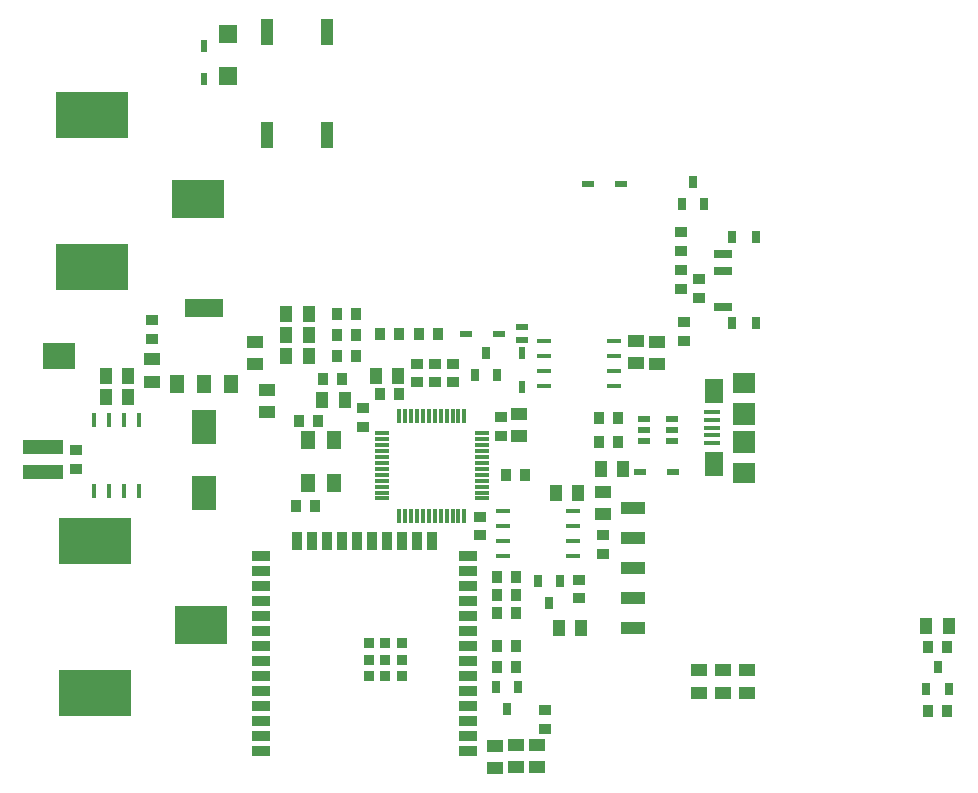
<source format=gtp>
G04*
G04 #@! TF.GenerationSoftware,Altium Limited,Altium Designer,23.11.1 (41)*
G04*
G04 Layer_Color=8421504*
%FSLAX25Y25*%
%MOIN*%
G70*
G04*
G04 #@! TF.SameCoordinates,8D3607F6-0EDD-4B5D-BFDE-71B222FAF683*
G04*
G04*
G04 #@! TF.FilePolarity,Positive*
G04*
G01*
G75*
%ADD21R,0.13386X0.05118*%
%ADD22R,0.03937X0.05709*%
%ADD23R,0.03740X0.03937*%
%ADD24R,0.05315X0.01575*%
%ADD25R,0.06299X0.08268*%
%ADD26R,0.07480X0.07087*%
%ADD27R,0.07480X0.07480*%
%ADD28R,0.01181X0.04724*%
%ADD29R,0.04724X0.01181*%
%ADD30R,0.05118X0.01614*%
%ADD31R,0.05906X0.03543*%
%ADD32R,0.03543X0.05906*%
%ADD33R,0.03543X0.03543*%
%ADD34R,0.03937X0.03740*%
%ADD35R,0.05906X0.02756*%
%ADD36R,0.03150X0.03937*%
%ADD37R,0.01614X0.05118*%
%ADD38R,0.12992X0.06299*%
%ADD39R,0.04724X0.06299*%
%ADD40R,0.04331X0.02362*%
%ADD41R,0.04921X0.06299*%
%ADD42R,0.03937X0.01968*%
%ADD43R,0.17323X0.12992*%
%ADD44R,0.24410X0.15354*%
%ADD45R,0.08268X0.04331*%
%ADD46R,0.03150X0.04370*%
%ADD47R,0.05709X0.03937*%
%ADD48R,0.04134X0.02165*%
%ADD49R,0.02165X0.04134*%
%ADD50R,0.10799X0.08500*%
%ADD51R,0.06299X0.06299*%
%ADD52R,0.04331X0.09055*%
%ADD53R,0.07874X0.11811*%
D21*
X13902Y104315D02*
D03*
Y112583D02*
D03*
D22*
X94890Y157204D02*
D03*
X102370D02*
D03*
X94890Y143204D02*
D03*
X102370D02*
D03*
X94890Y150204D02*
D03*
X102370D02*
D03*
X192157Y97417D02*
D03*
X184677D02*
D03*
X308260Y53000D02*
D03*
X315740D02*
D03*
X34661Y136449D02*
D03*
X42142D02*
D03*
X34661Y129449D02*
D03*
X42142D02*
D03*
X199677Y105417D02*
D03*
X207157D02*
D03*
X124677Y136417D02*
D03*
X132158D02*
D03*
X114417Y128417D02*
D03*
X106937D02*
D03*
X185677Y52417D02*
D03*
X193157D02*
D03*
D23*
X111661Y143204D02*
D03*
X117961D02*
D03*
X111661Y150204D02*
D03*
X117961D02*
D03*
X111661Y157204D02*
D03*
X117961D02*
D03*
X308850Y46000D02*
D03*
X315150D02*
D03*
X315099Y24669D02*
D03*
X308800D02*
D03*
X132567Y150417D02*
D03*
X126268D02*
D03*
X139268D02*
D03*
X145567D02*
D03*
X171417Y46417D02*
D03*
X165118D02*
D03*
X205567Y114417D02*
D03*
X199268D02*
D03*
X205567Y122417D02*
D03*
X199268D02*
D03*
X174567Y103417D02*
D03*
X168268D02*
D03*
X113433Y135489D02*
D03*
X107134D02*
D03*
X171417Y39417D02*
D03*
X165118D02*
D03*
Y57417D02*
D03*
X171417D02*
D03*
X165118Y69417D02*
D03*
X171417D02*
D03*
X165118Y63417D02*
D03*
X171417D02*
D03*
X126268Y130417D02*
D03*
X132567D02*
D03*
X105417Y121417D02*
D03*
X99118D02*
D03*
X104417Y93031D02*
D03*
X98118D02*
D03*
D24*
X236886Y119142D02*
D03*
Y116583D02*
D03*
Y121701D02*
D03*
Y114024D02*
D03*
Y124260D02*
D03*
D25*
X237378Y106937D02*
D03*
Y131346D02*
D03*
D26*
X247417Y104181D02*
D03*
Y134102D02*
D03*
D27*
Y114417D02*
D03*
Y123866D02*
D03*
D28*
X132591Y123147D02*
D03*
X134559D02*
D03*
X136528D02*
D03*
X138496D02*
D03*
X140465D02*
D03*
X142433D02*
D03*
X144402D02*
D03*
X146370D02*
D03*
X148339D02*
D03*
X150307D02*
D03*
X152276D02*
D03*
X154244D02*
D03*
Y89683D02*
D03*
X152276D02*
D03*
X150307D02*
D03*
X148339D02*
D03*
X146370D02*
D03*
X144402D02*
D03*
X142433D02*
D03*
X140465D02*
D03*
X138496D02*
D03*
X136528D02*
D03*
X134559D02*
D03*
X132591D02*
D03*
D29*
X160150Y117242D02*
D03*
Y115273D02*
D03*
Y113305D02*
D03*
Y111336D02*
D03*
Y109368D02*
D03*
Y107399D02*
D03*
Y105430D02*
D03*
Y103462D02*
D03*
Y101494D02*
D03*
Y99525D02*
D03*
Y97557D02*
D03*
Y95588D02*
D03*
X126685D02*
D03*
Y97557D02*
D03*
Y99525D02*
D03*
Y101494D02*
D03*
Y103462D02*
D03*
Y105430D02*
D03*
Y107399D02*
D03*
Y109368D02*
D03*
Y111336D02*
D03*
Y113304D02*
D03*
Y115273D02*
D03*
Y117242D02*
D03*
D03*
D30*
X166992Y76417D02*
D03*
Y91417D02*
D03*
Y86417D02*
D03*
Y81417D02*
D03*
X190417Y76417D02*
D03*
Y81417D02*
D03*
Y86417D02*
D03*
Y91417D02*
D03*
X204130Y147917D02*
D03*
Y142917D02*
D03*
Y137917D02*
D03*
Y132917D02*
D03*
X180705Y137917D02*
D03*
Y142917D02*
D03*
Y147917D02*
D03*
Y132917D02*
D03*
D31*
X155465Y16512D02*
D03*
Y21512D02*
D03*
Y26512D02*
D03*
Y31512D02*
D03*
Y36512D02*
D03*
Y41512D02*
D03*
Y46512D02*
D03*
Y51512D02*
D03*
Y56512D02*
D03*
Y61512D02*
D03*
Y66512D02*
D03*
Y71512D02*
D03*
Y76512D02*
D03*
X86567Y11512D02*
D03*
Y16512D02*
D03*
Y21512D02*
D03*
Y26512D02*
D03*
Y31512D02*
D03*
Y36512D02*
D03*
Y41512D02*
D03*
Y46512D02*
D03*
Y51512D02*
D03*
Y56512D02*
D03*
Y61512D02*
D03*
Y66512D02*
D03*
Y71512D02*
D03*
Y76512D02*
D03*
X155465Y11512D02*
D03*
D32*
X143516Y81433D02*
D03*
X138516D02*
D03*
X133516D02*
D03*
X128516D02*
D03*
X123516D02*
D03*
X118516D02*
D03*
X113516D02*
D03*
X108516D02*
D03*
X103516D02*
D03*
X98516D02*
D03*
D33*
X127905Y41906D02*
D03*
Y36394D02*
D03*
X122394Y41906D02*
D03*
X127905Y47417D02*
D03*
X133417Y41906D02*
D03*
Y47417D02*
D03*
X122394D02*
D03*
Y36394D02*
D03*
X133417D02*
D03*
D34*
X200417Y77118D02*
D03*
Y83417D02*
D03*
X226417Y165417D02*
D03*
Y171716D02*
D03*
Y184417D02*
D03*
Y178118D02*
D03*
X138417Y134268D02*
D03*
Y140567D02*
D03*
X150417Y134268D02*
D03*
Y140567D02*
D03*
X144417Y134268D02*
D03*
Y140567D02*
D03*
X227417Y154417D02*
D03*
Y148118D02*
D03*
X181000Y18850D02*
D03*
Y25150D02*
D03*
X232417Y162417D02*
D03*
Y168717D02*
D03*
X192417Y68567D02*
D03*
Y62268D02*
D03*
X24902Y111598D02*
D03*
Y105299D02*
D03*
X49949Y148768D02*
D03*
Y155067D02*
D03*
X159417Y89567D02*
D03*
Y83268D02*
D03*
X120417Y119417D02*
D03*
Y125716D02*
D03*
X166417Y122716D02*
D03*
Y116417D02*
D03*
D35*
X240528Y159465D02*
D03*
Y171276D02*
D03*
Y177181D02*
D03*
D36*
X251551Y153953D02*
D03*
X243284D02*
D03*
X251551Y182693D02*
D03*
X243284D02*
D03*
D37*
X30902Y121661D02*
D03*
X35902D02*
D03*
X40902D02*
D03*
X45902D02*
D03*
X40902Y98236D02*
D03*
X35902D02*
D03*
X30902D02*
D03*
X45902D02*
D03*
D38*
X67449Y159016D02*
D03*
D39*
X76504Y133819D02*
D03*
X67449D02*
D03*
X58394D02*
D03*
D40*
X213968Y122158D02*
D03*
Y118417D02*
D03*
Y114677D02*
D03*
X223417Y122158D02*
D03*
Y118417D02*
D03*
Y114677D02*
D03*
D41*
X110748Y115201D02*
D03*
Y100634D02*
D03*
X102087Y115201D02*
D03*
Y100634D02*
D03*
D42*
X173417Y148417D02*
D03*
Y152748D02*
D03*
D43*
X65417Y195417D02*
D03*
X66417Y53417D02*
D03*
D44*
X30181Y172583D02*
D03*
Y223370D02*
D03*
X31181Y30583D02*
D03*
Y81370D02*
D03*
D45*
X210417Y92417D02*
D03*
Y82417D02*
D03*
Y72417D02*
D03*
Y62417D02*
D03*
Y52417D02*
D03*
D46*
X161417Y144138D02*
D03*
X165157Y136697D02*
D03*
X157677D02*
D03*
X230417Y201138D02*
D03*
X234157Y193697D02*
D03*
X226677D02*
D03*
X186158Y68138D02*
D03*
X178677D02*
D03*
X182417Y60697D02*
D03*
X172158Y32858D02*
D03*
X164677D02*
D03*
X168417Y25417D02*
D03*
X311949Y39350D02*
D03*
X315689Y31909D02*
D03*
X308209D02*
D03*
D47*
X218417Y147898D02*
D03*
Y140417D02*
D03*
X211417Y148158D02*
D03*
Y140677D02*
D03*
X200417Y90417D02*
D03*
Y97898D02*
D03*
X232575Y30779D02*
D03*
Y38260D02*
D03*
X240575Y30779D02*
D03*
Y38260D02*
D03*
X248575Y30779D02*
D03*
Y38260D02*
D03*
X49949Y141917D02*
D03*
Y134437D02*
D03*
X88417Y131898D02*
D03*
Y124417D02*
D03*
X84417Y140417D02*
D03*
Y147898D02*
D03*
X172417Y123898D02*
D03*
Y116417D02*
D03*
X171417Y5937D02*
D03*
Y13417D02*
D03*
X178417Y5937D02*
D03*
Y13417D02*
D03*
X164417Y5677D02*
D03*
Y13158D02*
D03*
D48*
X154905Y150417D02*
D03*
X165929D02*
D03*
X195394Y200417D02*
D03*
X206417D02*
D03*
X223929Y104417D02*
D03*
X212906D02*
D03*
D49*
X67417Y235394D02*
D03*
Y246417D02*
D03*
X173417Y143929D02*
D03*
Y132905D02*
D03*
D50*
X19139Y142964D02*
D03*
D51*
X75417Y250504D02*
D03*
Y236331D02*
D03*
D52*
X88378Y251134D02*
D03*
X108457Y251134D02*
D03*
X88378Y216587D02*
D03*
X108457Y216587D02*
D03*
D53*
X67417Y97394D02*
D03*
Y119441D02*
D03*
M02*

</source>
